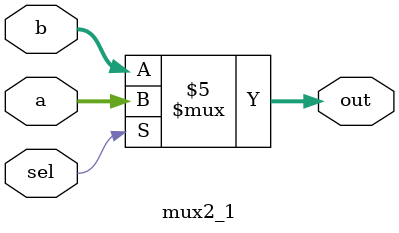
<source format=v>
`timescale 1ns / 1ps

module mux2_1#(parameter DATA_WIDTH = 8)(a,b,sel,out);
    input [DATA_WIDTH-1:0]a;
    input [DATA_WIDTH-1:0]b;
    input sel; 
    output reg [DATA_WIDTH-1:0]out;
    
    initial
    begin
        out=0;
    end
    
    always@(sel or a or b)
    begin
        if (sel == 1) begin
            out<=a;
            end
        else begin
            out<=b;
            end
    end
    
endmodule

</source>
